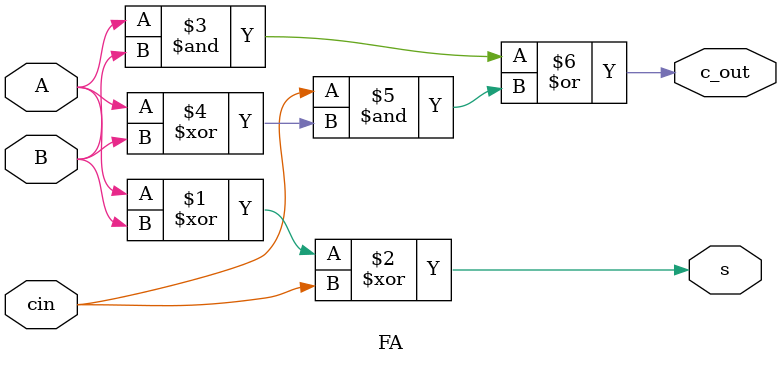
<source format=v>
`timescale 1ns / 1ps


module RCS(output [3:0] s, output c_out1, input [3:0] A, input [3:0] B, input cin);

    wire [3:0] B_inverted, P, W;
    wire c_out, c_inverted;

    // Invert B to get its 1's complement
    assign B_inverted = ~B;

    // Add A and the 1's complement of B
    RCA adder1 (
        .s(P),
        .c_out(c_out),
        .A(A),
        .B(B_inverted),
        .cin(cin)
    );

    // Invert the carry-out to get the final carry (c_inverted)
    assign c_inverted = ~c_out;

    // XOR the sum P with the inverted carry to get the final result W
    assign W = P ^ {4{c_inverted}};

    // Add the zero vector and W
    RCA adder2 (
        .s(s),
        .c_out(c_out1),
        .A(4'b0000),   // Zero vector
        .B(W),
        .cin(c_inverted)
    );

endmodule


module RCA(output [3:0] s, output c_out, input [3:0] A, input [3:0] B, input cin);
    wire c1, c2, c3;
    FA X0(s[0], c1, A[0], B[0], cin);
    FA X1(s[1], c2, A[1], B[1], c1);
    FA X2(s[2], c3, A[2], B[2], c2);
    FA X3(s[3], c_out, A[3], B[3], c3);
endmodule





module FA(output s, c_out, input A, B, cin);
    assign s = A ^ B ^ cin;        // Sum
    assign c_out = (A & B) | (cin & (A ^ B));  // Carry-out
endmodule
</source>
